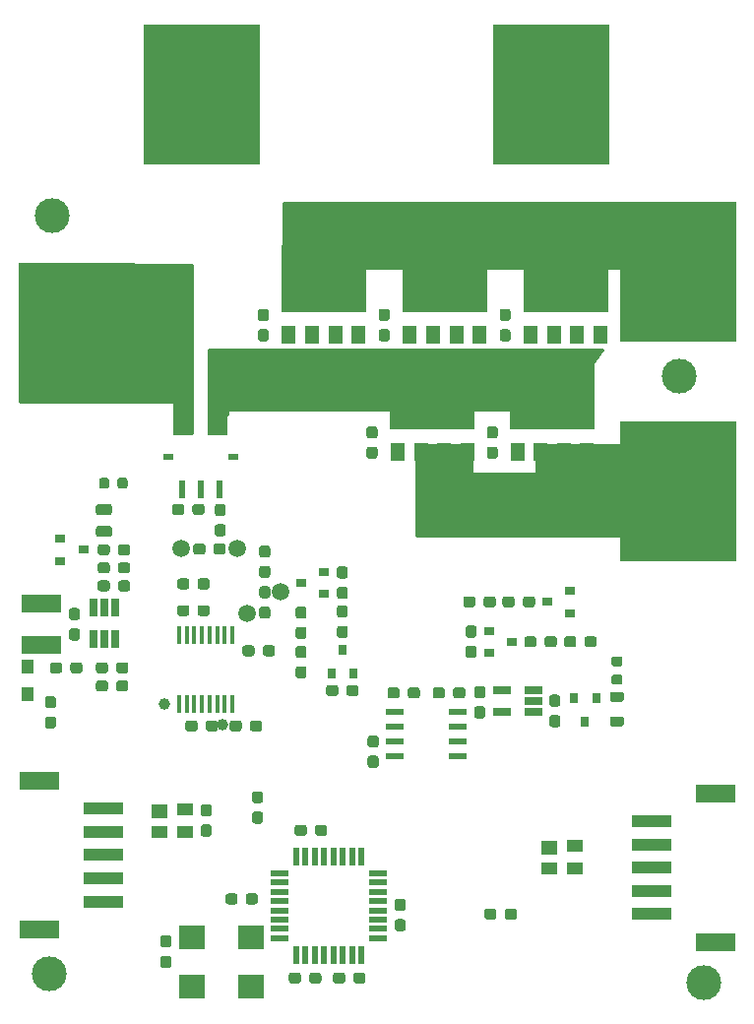
<source format=gts>
%TF.GenerationSoftware,KiCad,Pcbnew,(5.1.8)-1*%
%TF.CreationDate,2021-02-13T14:21:56-08:00*%
%TF.ProjectId,20190720_Project_OCP-OVP-UVP,32303139-3037-4323-905f-50726f6a6563,A1*%
%TF.SameCoordinates,PX6ff61c0PY8823130*%
%TF.FileFunction,Soldermask,Top*%
%TF.FilePolarity,Negative*%
%FSLAX46Y46*%
G04 Gerber Fmt 4.6, Leading zero omitted, Abs format (unit mm)*
G04 Created by KiCad (PCBNEW (5.1.8)-1) date 2021-02-13 14:21:56*
%MOMM*%
%LPD*%
G01*
G04 APERTURE LIST*
%ADD10C,1.000000*%
%ADD11R,7.340600X5.816600*%
%ADD12R,1.143000X1.524000*%
%ADD13R,10.000000X12.000000*%
%ADD14C,10.000000*%
%ADD15R,3.500000X1.000000*%
%ADD16R,3.500000X1.600000*%
%ADD17R,3.500000X1.500000*%
%ADD18C,3.000000*%
%ADD19R,1.600000X0.550000*%
%ADD20R,0.550000X1.600000*%
%ADD21R,0.650000X1.560000*%
%ADD22R,0.900000X0.800000*%
%ADD23R,0.450000X1.500000*%
%ADD24R,2.200000X2.000000*%
%ADD25R,0.800000X0.900000*%
%ADD26R,1.550000X0.600000*%
%ADD27R,1.000000X1.150000*%
%ADD28R,1.560000X0.650000*%
%ADD29R,1.400000X1.000000*%
%ADD30R,1.400000X1.200000*%
%ADD31R,0.500000X1.500000*%
%ADD32R,1.800000X1.700000*%
%ADD33R,0.900000X0.600000*%
%ADD34C,1.500000*%
%ADD35C,0.254000*%
G04 APERTURE END LIST*
D10*
X17900000Y26000000D03*
X12900000Y27825000D03*
D11*
X26600000Y64382700D03*
D12*
X29600002Y59544000D03*
X27600001Y59544000D03*
X25600002Y59544000D03*
X23600001Y59544000D03*
D11*
X37000000Y64382700D03*
D12*
X40000002Y59544000D03*
X38000001Y59544000D03*
X36000002Y59544000D03*
X34000001Y59544000D03*
D11*
X47400000Y64382700D03*
D12*
X50400002Y59544000D03*
X48400001Y59544000D03*
X46400002Y59544000D03*
X44400001Y59544000D03*
D13*
X57100000Y46100000D03*
X57100000Y65000000D03*
D14*
X16150000Y80250000D03*
X46150000Y80250000D03*
D15*
X54800000Y17750000D03*
D16*
X60300000Y20150000D03*
X60300000Y7350000D03*
D15*
X54800000Y15750000D03*
X54800000Y13750000D03*
X54800000Y11750000D03*
X54800000Y9750000D03*
D13*
X16150000Y80250000D03*
X5350000Y59700000D03*
D17*
X2350000Y36425000D03*
X2350000Y32925000D03*
G36*
G01*
X3337500Y25700000D02*
X2862500Y25700000D01*
G75*
G02*
X2625000Y25937500I0J237500D01*
G01*
X2625000Y26512500D01*
G75*
G02*
X2862500Y26750000I237500J0D01*
G01*
X3337500Y26750000D01*
G75*
G02*
X3575000Y26512500I0J-237500D01*
G01*
X3575000Y25937500D01*
G75*
G02*
X3337500Y25700000I-237500J0D01*
G01*
G37*
G36*
G01*
X3337500Y27450000D02*
X2862500Y27450000D01*
G75*
G02*
X2625000Y27687500I0J237500D01*
G01*
X2625000Y28262500D01*
G75*
G02*
X2862500Y28500000I237500J0D01*
G01*
X3337500Y28500000D01*
G75*
G02*
X3575000Y28262500I0J-237500D01*
G01*
X3575000Y27687500D01*
G75*
G02*
X3337500Y27450000I-237500J0D01*
G01*
G37*
D18*
X3000000Y4600000D03*
X59300000Y3900000D03*
X3200000Y69800000D03*
X57200000Y56000000D03*
D19*
X22775000Y13275000D03*
X22775000Y12475000D03*
X22775000Y11675000D03*
X22775000Y10875000D03*
X22775000Y10075000D03*
X22775000Y9275000D03*
X22775000Y8475000D03*
X22775000Y7675000D03*
D20*
X24225000Y6225000D03*
X25025000Y6225000D03*
X25825000Y6225000D03*
X26625000Y6225000D03*
X27425000Y6225000D03*
X28225000Y6225000D03*
X29025000Y6225000D03*
X29825000Y6225000D03*
D19*
X31275000Y7675000D03*
X31275000Y8475000D03*
X31275000Y9275000D03*
X31275000Y10075000D03*
X31275000Y10875000D03*
X31275000Y11675000D03*
X31275000Y12475000D03*
X31275000Y13275000D03*
D20*
X29825000Y14725000D03*
X29025000Y14725000D03*
X28225000Y14725000D03*
X27425000Y14725000D03*
X26625000Y14725000D03*
X25825000Y14725000D03*
X25025000Y14725000D03*
X24225000Y14725000D03*
G36*
G01*
X22400000Y32637500D02*
X22400000Y32162500D01*
G75*
G02*
X22162500Y31925000I-237500J0D01*
G01*
X21587500Y31925000D01*
G75*
G02*
X21350000Y32162500I0J237500D01*
G01*
X21350000Y32637500D01*
G75*
G02*
X21587500Y32875000I237500J0D01*
G01*
X22162500Y32875000D01*
G75*
G02*
X22400000Y32637500I0J-237500D01*
G01*
G37*
G36*
G01*
X20650000Y32637500D02*
X20650000Y32162500D01*
G75*
G02*
X20412500Y31925000I-237500J0D01*
G01*
X19837500Y31925000D01*
G75*
G02*
X19600000Y32162500I0J237500D01*
G01*
X19600000Y32637500D01*
G75*
G02*
X19837500Y32875000I237500J0D01*
G01*
X20412500Y32875000D01*
G75*
G02*
X20650000Y32637500I0J-237500D01*
G01*
G37*
G36*
G01*
X13262500Y5125000D02*
X12787500Y5125000D01*
G75*
G02*
X12550000Y5362500I0J237500D01*
G01*
X12550000Y5937500D01*
G75*
G02*
X12787500Y6175000I237500J0D01*
G01*
X13262500Y6175000D01*
G75*
G02*
X13500000Y5937500I0J-237500D01*
G01*
X13500000Y5362500D01*
G75*
G02*
X13262500Y5125000I-237500J0D01*
G01*
G37*
G36*
G01*
X13262500Y6875000D02*
X12787500Y6875000D01*
G75*
G02*
X12550000Y7112500I0J237500D01*
G01*
X12550000Y7687500D01*
G75*
G02*
X12787500Y7925000I237500J0D01*
G01*
X13262500Y7925000D01*
G75*
G02*
X13500000Y7687500I0J-237500D01*
G01*
X13500000Y7112500D01*
G75*
G02*
X13262500Y6875000I-237500J0D01*
G01*
G37*
G36*
G01*
X18150000Y10822500D02*
X18150000Y11297500D01*
G75*
G02*
X18387500Y11535000I237500J0D01*
G01*
X18962500Y11535000D01*
G75*
G02*
X19200000Y11297500I0J-237500D01*
G01*
X19200000Y10822500D01*
G75*
G02*
X18962500Y10585000I-237500J0D01*
G01*
X18387500Y10585000D01*
G75*
G02*
X18150000Y10822500I0J237500D01*
G01*
G37*
G36*
G01*
X19900000Y10822500D02*
X19900000Y11297500D01*
G75*
G02*
X20137500Y11535000I237500J0D01*
G01*
X20712500Y11535000D01*
G75*
G02*
X20950000Y11297500I0J-237500D01*
G01*
X20950000Y10822500D01*
G75*
G02*
X20712500Y10585000I-237500J0D01*
G01*
X20137500Y10585000D01*
G75*
G02*
X19900000Y10822500I0J237500D01*
G01*
G37*
G36*
G01*
X32937500Y9325000D02*
X33412500Y9325000D01*
G75*
G02*
X33650000Y9087500I0J-237500D01*
G01*
X33650000Y8512500D01*
G75*
G02*
X33412500Y8275000I-237500J0D01*
G01*
X32937500Y8275000D01*
G75*
G02*
X32700000Y8512500I0J237500D01*
G01*
X32700000Y9087500D01*
G75*
G02*
X32937500Y9325000I237500J0D01*
G01*
G37*
G36*
G01*
X32937500Y11075000D02*
X33412500Y11075000D01*
G75*
G02*
X33650000Y10837500I0J-237500D01*
G01*
X33650000Y10262500D01*
G75*
G02*
X33412500Y10025000I-237500J0D01*
G01*
X32937500Y10025000D01*
G75*
G02*
X32700000Y10262500I0J237500D01*
G01*
X32700000Y10837500D01*
G75*
G02*
X32937500Y11075000I237500J0D01*
G01*
G37*
G36*
G01*
X42160000Y9512500D02*
X42160000Y9987500D01*
G75*
G02*
X42397500Y10225000I237500J0D01*
G01*
X42972500Y10225000D01*
G75*
G02*
X43210000Y9987500I0J-237500D01*
G01*
X43210000Y9512500D01*
G75*
G02*
X42972500Y9275000I-237500J0D01*
G01*
X42397500Y9275000D01*
G75*
G02*
X42160000Y9512500I0J237500D01*
G01*
G37*
G36*
G01*
X40410000Y9512500D02*
X40410000Y9987500D01*
G75*
G02*
X40647500Y10225000I237500J0D01*
G01*
X41222500Y10225000D01*
G75*
G02*
X41460000Y9987500I0J-237500D01*
G01*
X41460000Y9512500D01*
G75*
G02*
X41222500Y9275000I-237500J0D01*
G01*
X40647500Y9275000D01*
G75*
G02*
X40410000Y9512500I0J237500D01*
G01*
G37*
G36*
G01*
X24100000Y16712500D02*
X24100000Y17187500D01*
G75*
G02*
X24337500Y17425000I237500J0D01*
G01*
X24912500Y17425000D01*
G75*
G02*
X25150000Y17187500I0J-237500D01*
G01*
X25150000Y16712500D01*
G75*
G02*
X24912500Y16475000I-237500J0D01*
G01*
X24337500Y16475000D01*
G75*
G02*
X24100000Y16712500I0J237500D01*
G01*
G37*
G36*
G01*
X25850000Y16712500D02*
X25850000Y17187500D01*
G75*
G02*
X26087500Y17425000I237500J0D01*
G01*
X26662500Y17425000D01*
G75*
G02*
X26900000Y17187500I0J-237500D01*
G01*
X26900000Y16712500D01*
G75*
G02*
X26662500Y16475000I-237500J0D01*
G01*
X26087500Y16475000D01*
G75*
G02*
X25850000Y16712500I0J237500D01*
G01*
G37*
G36*
G01*
X16252500Y19210000D02*
X16727500Y19210000D01*
G75*
G02*
X16965000Y18972500I0J-237500D01*
G01*
X16965000Y18397500D01*
G75*
G02*
X16727500Y18160000I-237500J0D01*
G01*
X16252500Y18160000D01*
G75*
G02*
X16015000Y18397500I0J237500D01*
G01*
X16015000Y18972500D01*
G75*
G02*
X16252500Y19210000I237500J0D01*
G01*
G37*
G36*
G01*
X16252500Y17460000D02*
X16727500Y17460000D01*
G75*
G02*
X16965000Y17222500I0J-237500D01*
G01*
X16965000Y16647500D01*
G75*
G02*
X16727500Y16410000I-237500J0D01*
G01*
X16252500Y16410000D01*
G75*
G02*
X16015000Y16647500I0J237500D01*
G01*
X16015000Y17222500D01*
G75*
G02*
X16252500Y17460000I237500J0D01*
G01*
G37*
G36*
G01*
X20662500Y18575000D02*
X21137500Y18575000D01*
G75*
G02*
X21375000Y18337500I0J-237500D01*
G01*
X21375000Y17762500D01*
G75*
G02*
X21137500Y17525000I-237500J0D01*
G01*
X20662500Y17525000D01*
G75*
G02*
X20425000Y17762500I0J237500D01*
G01*
X20425000Y18337500D01*
G75*
G02*
X20662500Y18575000I237500J0D01*
G01*
G37*
G36*
G01*
X20662500Y20325000D02*
X21137500Y20325000D01*
G75*
G02*
X21375000Y20087500I0J-237500D01*
G01*
X21375000Y19512500D01*
G75*
G02*
X21137500Y19275000I-237500J0D01*
G01*
X20662500Y19275000D01*
G75*
G02*
X20425000Y19512500I0J237500D01*
G01*
X20425000Y20087500D01*
G75*
G02*
X20662500Y20325000I237500J0D01*
G01*
G37*
G36*
G01*
X8900000Y39287500D02*
X8900000Y39762500D01*
G75*
G02*
X9137500Y40000000I237500J0D01*
G01*
X9712500Y40000000D01*
G75*
G02*
X9950000Y39762500I0J-237500D01*
G01*
X9950000Y39287500D01*
G75*
G02*
X9712500Y39050000I-237500J0D01*
G01*
X9137500Y39050000D01*
G75*
G02*
X8900000Y39287500I0J237500D01*
G01*
G37*
G36*
G01*
X7150000Y39287500D02*
X7150000Y39762500D01*
G75*
G02*
X7387500Y40000000I237500J0D01*
G01*
X7962500Y40000000D01*
G75*
G02*
X8200000Y39762500I0J-237500D01*
G01*
X8200000Y39287500D01*
G75*
G02*
X7962500Y39050000I-237500J0D01*
G01*
X7387500Y39050000D01*
G75*
G02*
X7150000Y39287500I0J237500D01*
G01*
G37*
G36*
G01*
X4912500Y34325000D02*
X5387500Y34325000D01*
G75*
G02*
X5625000Y34087500I0J-237500D01*
G01*
X5625000Y33512500D01*
G75*
G02*
X5387500Y33275000I-237500J0D01*
G01*
X4912500Y33275000D01*
G75*
G02*
X4675000Y33512500I0J237500D01*
G01*
X4675000Y34087500D01*
G75*
G02*
X4912500Y34325000I237500J0D01*
G01*
G37*
G36*
G01*
X4912500Y36075000D02*
X5387500Y36075000D01*
G75*
G02*
X5625000Y35837500I0J-237500D01*
G01*
X5625000Y35262500D01*
G75*
G02*
X5387500Y35025000I-237500J0D01*
G01*
X4912500Y35025000D01*
G75*
G02*
X4675000Y35262500I0J237500D01*
G01*
X4675000Y35837500D01*
G75*
G02*
X4912500Y36075000I237500J0D01*
G01*
G37*
G36*
G01*
X9800000Y31162500D02*
X9800000Y30687500D01*
G75*
G02*
X9562500Y30450000I-237500J0D01*
G01*
X8987500Y30450000D01*
G75*
G02*
X8750000Y30687500I0J237500D01*
G01*
X8750000Y31162500D01*
G75*
G02*
X8987500Y31400000I237500J0D01*
G01*
X9562500Y31400000D01*
G75*
G02*
X9800000Y31162500I0J-237500D01*
G01*
G37*
G36*
G01*
X8050000Y31162500D02*
X8050000Y30687500D01*
G75*
G02*
X7812500Y30450000I-237500J0D01*
G01*
X7237500Y30450000D01*
G75*
G02*
X7000000Y30687500I0J237500D01*
G01*
X7000000Y31162500D01*
G75*
G02*
X7237500Y31400000I237500J0D01*
G01*
X7812500Y31400000D01*
G75*
G02*
X8050000Y31162500I0J-237500D01*
G01*
G37*
D21*
X6800000Y33375000D03*
X7750000Y33375000D03*
X8700000Y33375000D03*
X8700000Y36075000D03*
X6800000Y36075000D03*
X7750000Y36075000D03*
G36*
G01*
X8900000Y37737500D02*
X8900000Y38212500D01*
G75*
G02*
X9137500Y38450000I237500J0D01*
G01*
X9712500Y38450000D01*
G75*
G02*
X9950000Y38212500I0J-237500D01*
G01*
X9950000Y37737500D01*
G75*
G02*
X9712500Y37500000I-237500J0D01*
G01*
X9137500Y37500000D01*
G75*
G02*
X8900000Y37737500I0J237500D01*
G01*
G37*
G36*
G01*
X7150000Y37737500D02*
X7150000Y38212500D01*
G75*
G02*
X7387500Y38450000I237500J0D01*
G01*
X7962500Y38450000D01*
G75*
G02*
X8200000Y38212500I0J-237500D01*
G01*
X8200000Y37737500D01*
G75*
G02*
X7962500Y37500000I-237500J0D01*
G01*
X7387500Y37500000D01*
G75*
G02*
X7150000Y37737500I0J237500D01*
G01*
G37*
D22*
X3950000Y42025000D03*
X3950000Y40125000D03*
X5950000Y41075000D03*
G36*
G01*
X8750000Y29137500D02*
X8750000Y29612500D01*
G75*
G02*
X8987500Y29850000I237500J0D01*
G01*
X9562500Y29850000D01*
G75*
G02*
X9800000Y29612500I0J-237500D01*
G01*
X9800000Y29137500D01*
G75*
G02*
X9562500Y28900000I-237500J0D01*
G01*
X8987500Y28900000D01*
G75*
G02*
X8750000Y29137500I0J237500D01*
G01*
G37*
G36*
G01*
X7000000Y29137500D02*
X7000000Y29612500D01*
G75*
G02*
X7237500Y29850000I237500J0D01*
G01*
X7812500Y29850000D01*
G75*
G02*
X8050000Y29612500I0J-237500D01*
G01*
X8050000Y29137500D01*
G75*
G02*
X7812500Y28900000I-237500J0D01*
G01*
X7237500Y28900000D01*
G75*
G02*
X7000000Y29137500I0J237500D01*
G01*
G37*
D23*
X14175000Y33725000D03*
X14825000Y33725000D03*
X15475000Y33725000D03*
X16125000Y33725000D03*
X16775000Y33725000D03*
X17425000Y33725000D03*
X18075000Y33725000D03*
X18725000Y33725000D03*
X18725000Y27825000D03*
X18075000Y27825000D03*
X17425000Y27825000D03*
X16775000Y27825000D03*
X16125000Y27825000D03*
X15475000Y27825000D03*
X14825000Y27825000D03*
X14175000Y27825000D03*
D24*
X15295000Y3550000D03*
X20375000Y3550000D03*
X20375000Y7750000D03*
X15295000Y7750000D03*
G36*
G01*
X33825000Y28537500D02*
X33825000Y29012500D01*
G75*
G02*
X34062500Y29250000I237500J0D01*
G01*
X34637500Y29250000D01*
G75*
G02*
X34875000Y29012500I0J-237500D01*
G01*
X34875000Y28537500D01*
G75*
G02*
X34637500Y28300000I-237500J0D01*
G01*
X34062500Y28300000D01*
G75*
G02*
X33825000Y28537500I0J237500D01*
G01*
G37*
G36*
G01*
X32075000Y28537500D02*
X32075000Y29012500D01*
G75*
G02*
X32312500Y29250000I237500J0D01*
G01*
X32887500Y29250000D01*
G75*
G02*
X33125000Y29012500I0J-237500D01*
G01*
X33125000Y28537500D01*
G75*
G02*
X32887500Y28300000I-237500J0D01*
G01*
X32312500Y28300000D01*
G75*
G02*
X32075000Y28537500I0J237500D01*
G01*
G37*
G36*
G01*
X38775000Y29012500D02*
X38775000Y28537500D01*
G75*
G02*
X38537500Y28300000I-237500J0D01*
G01*
X37962500Y28300000D01*
G75*
G02*
X37725000Y28537500I0J237500D01*
G01*
X37725000Y29012500D01*
G75*
G02*
X37962500Y29250000I237500J0D01*
G01*
X38537500Y29250000D01*
G75*
G02*
X38775000Y29012500I0J-237500D01*
G01*
G37*
G36*
G01*
X37025000Y29012500D02*
X37025000Y28537500D01*
G75*
G02*
X36787500Y28300000I-237500J0D01*
G01*
X36212500Y28300000D01*
G75*
G02*
X35975000Y28537500I0J237500D01*
G01*
X35975000Y29012500D01*
G75*
G02*
X36212500Y29250000I237500J0D01*
G01*
X36787500Y29250000D01*
G75*
G02*
X37025000Y29012500I0J-237500D01*
G01*
G37*
G36*
G01*
X7275000Y46543750D02*
X7275000Y47056250D01*
G75*
G02*
X7493750Y47275000I218750J0D01*
G01*
X7931250Y47275000D01*
G75*
G02*
X8150000Y47056250I0J-218750D01*
G01*
X8150000Y46543750D01*
G75*
G02*
X7931250Y46325000I-218750J0D01*
G01*
X7493750Y46325000D01*
G75*
G02*
X7275000Y46543750I0J218750D01*
G01*
G37*
G36*
G01*
X8850000Y46543750D02*
X8850000Y47056250D01*
G75*
G02*
X9068750Y47275000I218750J0D01*
G01*
X9506250Y47275000D01*
G75*
G02*
X9725000Y47056250I0J-218750D01*
G01*
X9725000Y46543750D01*
G75*
G02*
X9506250Y46325000I-218750J0D01*
G01*
X9068750Y46325000D01*
G75*
G02*
X8850000Y46543750I0J218750D01*
G01*
G37*
D25*
X28200000Y32475000D03*
X29150000Y30475000D03*
X27250000Y30475000D03*
D22*
X26650000Y37300000D03*
X26650000Y39200000D03*
X24650000Y38250000D03*
D26*
X38125000Y27125000D03*
X38125000Y25855000D03*
X38125000Y24585000D03*
X38125000Y23315000D03*
X32725000Y23315000D03*
X32725000Y24585000D03*
X32725000Y25855000D03*
X32725000Y27125000D03*
D22*
X40800000Y34125000D03*
X40800000Y32225000D03*
X42800000Y33175000D03*
X45800000Y36600000D03*
X47800000Y37550000D03*
X47800000Y35650000D03*
G36*
G01*
X28550000Y28737500D02*
X28550000Y29212500D01*
G75*
G02*
X28787500Y29450000I237500J0D01*
G01*
X29362500Y29450000D01*
G75*
G02*
X29600000Y29212500I0J-237500D01*
G01*
X29600000Y28737500D01*
G75*
G02*
X29362500Y28500000I-237500J0D01*
G01*
X28787500Y28500000D01*
G75*
G02*
X28550000Y28737500I0J237500D01*
G01*
G37*
G36*
G01*
X26800000Y28737500D02*
X26800000Y29212500D01*
G75*
G02*
X27037500Y29450000I237500J0D01*
G01*
X27612500Y29450000D01*
G75*
G02*
X27850000Y29212500I0J-237500D01*
G01*
X27850000Y28737500D01*
G75*
G02*
X27612500Y28500000I-237500J0D01*
G01*
X27037500Y28500000D01*
G75*
G02*
X26800000Y28737500I0J237500D01*
G01*
G37*
G36*
G01*
X27962500Y37900000D02*
X28437500Y37900000D01*
G75*
G02*
X28675000Y37662500I0J-237500D01*
G01*
X28675000Y37087500D01*
G75*
G02*
X28437500Y36850000I-237500J0D01*
G01*
X27962500Y36850000D01*
G75*
G02*
X27725000Y37087500I0J237500D01*
G01*
X27725000Y37662500D01*
G75*
G02*
X27962500Y37900000I237500J0D01*
G01*
G37*
G36*
G01*
X27962500Y39650000D02*
X28437500Y39650000D01*
G75*
G02*
X28675000Y39412500I0J-237500D01*
G01*
X28675000Y38837500D01*
G75*
G02*
X28437500Y38600000I-237500J0D01*
G01*
X27962500Y38600000D01*
G75*
G02*
X27725000Y38837500I0J237500D01*
G01*
X27725000Y39412500D01*
G75*
G02*
X27962500Y39650000I237500J0D01*
G01*
G37*
G36*
G01*
X27962500Y36300000D02*
X28437500Y36300000D01*
G75*
G02*
X28675000Y36062500I0J-237500D01*
G01*
X28675000Y35487500D01*
G75*
G02*
X28437500Y35250000I-237500J0D01*
G01*
X27962500Y35250000D01*
G75*
G02*
X27725000Y35487500I0J237500D01*
G01*
X27725000Y36062500D01*
G75*
G02*
X27962500Y36300000I237500J0D01*
G01*
G37*
G36*
G01*
X27962500Y34550000D02*
X28437500Y34550000D01*
G75*
G02*
X28675000Y34312500I0J-237500D01*
G01*
X28675000Y33737500D01*
G75*
G02*
X28437500Y33500000I-237500J0D01*
G01*
X27962500Y33500000D01*
G75*
G02*
X27725000Y33737500I0J237500D01*
G01*
X27725000Y34312500D01*
G75*
G02*
X27962500Y34550000I237500J0D01*
G01*
G37*
G36*
G01*
X24412500Y32825000D02*
X24887500Y32825000D01*
G75*
G02*
X25125000Y32587500I0J-237500D01*
G01*
X25125000Y32012500D01*
G75*
G02*
X24887500Y31775000I-237500J0D01*
G01*
X24412500Y31775000D01*
G75*
G02*
X24175000Y32012500I0J237500D01*
G01*
X24175000Y32587500D01*
G75*
G02*
X24412500Y32825000I237500J0D01*
G01*
G37*
G36*
G01*
X24412500Y31075000D02*
X24887500Y31075000D01*
G75*
G02*
X25125000Y30837500I0J-237500D01*
G01*
X25125000Y30262500D01*
G75*
G02*
X24887500Y30025000I-237500J0D01*
G01*
X24412500Y30025000D01*
G75*
G02*
X24175000Y30262500I0J237500D01*
G01*
X24175000Y30837500D01*
G75*
G02*
X24412500Y31075000I237500J0D01*
G01*
G37*
G36*
G01*
X30612500Y25125000D02*
X31087500Y25125000D01*
G75*
G02*
X31325000Y24887500I0J-237500D01*
G01*
X31325000Y24312500D01*
G75*
G02*
X31087500Y24075000I-237500J0D01*
G01*
X30612500Y24075000D01*
G75*
G02*
X30375000Y24312500I0J237500D01*
G01*
X30375000Y24887500D01*
G75*
G02*
X30612500Y25125000I237500J0D01*
G01*
G37*
G36*
G01*
X30612500Y23375000D02*
X31087500Y23375000D01*
G75*
G02*
X31325000Y23137500I0J-237500D01*
G01*
X31325000Y22562500D01*
G75*
G02*
X31087500Y22325000I-237500J0D01*
G01*
X30612500Y22325000D01*
G75*
G02*
X30375000Y22562500I0J237500D01*
G01*
X30375000Y23137500D01*
G75*
G02*
X30612500Y23375000I237500J0D01*
G01*
G37*
G36*
G01*
X24412500Y34450000D02*
X24887500Y34450000D01*
G75*
G02*
X25125000Y34212500I0J-237500D01*
G01*
X25125000Y33637500D01*
G75*
G02*
X24887500Y33400000I-237500J0D01*
G01*
X24412500Y33400000D01*
G75*
G02*
X24175000Y33637500I0J237500D01*
G01*
X24175000Y34212500D01*
G75*
G02*
X24412500Y34450000I237500J0D01*
G01*
G37*
G36*
G01*
X24412500Y36200000D02*
X24887500Y36200000D01*
G75*
G02*
X25125000Y35962500I0J-237500D01*
G01*
X25125000Y35387500D01*
G75*
G02*
X24887500Y35150000I-237500J0D01*
G01*
X24412500Y35150000D01*
G75*
G02*
X24175000Y35387500I0J237500D01*
G01*
X24175000Y35962500D01*
G75*
G02*
X24412500Y36200000I237500J0D01*
G01*
G37*
G36*
G01*
X39037500Y32825000D02*
X39512500Y32825000D01*
G75*
G02*
X39750000Y32587500I0J-237500D01*
G01*
X39750000Y32012500D01*
G75*
G02*
X39512500Y31775000I-237500J0D01*
G01*
X39037500Y31775000D01*
G75*
G02*
X38800000Y32012500I0J237500D01*
G01*
X38800000Y32587500D01*
G75*
G02*
X39037500Y32825000I237500J0D01*
G01*
G37*
G36*
G01*
X39037500Y34575000D02*
X39512500Y34575000D01*
G75*
G02*
X39750000Y34337500I0J-237500D01*
G01*
X39750000Y33762500D01*
G75*
G02*
X39512500Y33525000I-237500J0D01*
G01*
X39037500Y33525000D01*
G75*
G02*
X38800000Y33762500I0J237500D01*
G01*
X38800000Y34337500D01*
G75*
G02*
X39037500Y34575000I237500J0D01*
G01*
G37*
G36*
G01*
X48325000Y33412500D02*
X48325000Y32937500D01*
G75*
G02*
X48087500Y32700000I-237500J0D01*
G01*
X47512500Y32700000D01*
G75*
G02*
X47275000Y32937500I0J237500D01*
G01*
X47275000Y33412500D01*
G75*
G02*
X47512500Y33650000I237500J0D01*
G01*
X48087500Y33650000D01*
G75*
G02*
X48325000Y33412500I0J-237500D01*
G01*
G37*
G36*
G01*
X50075000Y33412500D02*
X50075000Y32937500D01*
G75*
G02*
X49837500Y32700000I-237500J0D01*
G01*
X49262500Y32700000D01*
G75*
G02*
X49025000Y32937500I0J237500D01*
G01*
X49025000Y33412500D01*
G75*
G02*
X49262500Y33650000I237500J0D01*
G01*
X49837500Y33650000D01*
G75*
G02*
X50075000Y33412500I0J-237500D01*
G01*
G37*
G36*
G01*
X46650000Y33412500D02*
X46650000Y32937500D01*
G75*
G02*
X46412500Y32700000I-237500J0D01*
G01*
X45837500Y32700000D01*
G75*
G02*
X45600000Y32937500I0J237500D01*
G01*
X45600000Y33412500D01*
G75*
G02*
X45837500Y33650000I237500J0D01*
G01*
X46412500Y33650000D01*
G75*
G02*
X46650000Y33412500I0J-237500D01*
G01*
G37*
G36*
G01*
X44900000Y33412500D02*
X44900000Y32937500D01*
G75*
G02*
X44662500Y32700000I-237500J0D01*
G01*
X44087500Y32700000D01*
G75*
G02*
X43850000Y32937500I0J237500D01*
G01*
X43850000Y33412500D01*
G75*
G02*
X44087500Y33650000I237500J0D01*
G01*
X44662500Y33650000D01*
G75*
G02*
X44900000Y33412500I0J-237500D01*
G01*
G37*
G36*
G01*
X44775000Y36837500D02*
X44775000Y36362500D01*
G75*
G02*
X44537500Y36125000I-237500J0D01*
G01*
X43962500Y36125000D01*
G75*
G02*
X43725000Y36362500I0J237500D01*
G01*
X43725000Y36837500D01*
G75*
G02*
X43962500Y37075000I237500J0D01*
G01*
X44537500Y37075000D01*
G75*
G02*
X44775000Y36837500I0J-237500D01*
G01*
G37*
G36*
G01*
X43025000Y36837500D02*
X43025000Y36362500D01*
G75*
G02*
X42787500Y36125000I-237500J0D01*
G01*
X42212500Y36125000D01*
G75*
G02*
X41975000Y36362500I0J237500D01*
G01*
X41975000Y36837500D01*
G75*
G02*
X42212500Y37075000I237500J0D01*
G01*
X42787500Y37075000D01*
G75*
G02*
X43025000Y36837500I0J-237500D01*
G01*
G37*
G36*
G01*
X41400000Y36837500D02*
X41400000Y36362500D01*
G75*
G02*
X41162500Y36125000I-237500J0D01*
G01*
X40587500Y36125000D01*
G75*
G02*
X40350000Y36362500I0J237500D01*
G01*
X40350000Y36837500D01*
G75*
G02*
X40587500Y37075000I237500J0D01*
G01*
X41162500Y37075000D01*
G75*
G02*
X41400000Y36837500I0J-237500D01*
G01*
G37*
G36*
G01*
X39650000Y36837500D02*
X39650000Y36362500D01*
G75*
G02*
X39412500Y36125000I-237500J0D01*
G01*
X38837500Y36125000D01*
G75*
G02*
X38600000Y36362500I0J237500D01*
G01*
X38600000Y36837500D01*
G75*
G02*
X38837500Y37075000I237500J0D01*
G01*
X39412500Y37075000D01*
G75*
G02*
X39650000Y36837500I0J-237500D01*
G01*
G37*
G36*
G01*
X21637500Y59000000D02*
X21162500Y59000000D01*
G75*
G02*
X20925000Y59237500I0J237500D01*
G01*
X20925000Y59812500D01*
G75*
G02*
X21162500Y60050000I237500J0D01*
G01*
X21637500Y60050000D01*
G75*
G02*
X21875000Y59812500I0J-237500D01*
G01*
X21875000Y59237500D01*
G75*
G02*
X21637500Y59000000I-237500J0D01*
G01*
G37*
G36*
G01*
X21637500Y60750000D02*
X21162500Y60750000D01*
G75*
G02*
X20925000Y60987500I0J237500D01*
G01*
X20925000Y61562500D01*
G75*
G02*
X21162500Y61800000I237500J0D01*
G01*
X21637500Y61800000D01*
G75*
G02*
X21875000Y61562500I0J-237500D01*
G01*
X21875000Y60987500D01*
G75*
G02*
X21637500Y60750000I-237500J0D01*
G01*
G37*
G36*
G01*
X42437500Y59000000D02*
X41962500Y59000000D01*
G75*
G02*
X41725000Y59237500I0J237500D01*
G01*
X41725000Y59812500D01*
G75*
G02*
X41962500Y60050000I237500J0D01*
G01*
X42437500Y60050000D01*
G75*
G02*
X42675000Y59812500I0J-237500D01*
G01*
X42675000Y59237500D01*
G75*
G02*
X42437500Y59000000I-237500J0D01*
G01*
G37*
G36*
G01*
X42437500Y60750000D02*
X41962500Y60750000D01*
G75*
G02*
X41725000Y60987500I0J237500D01*
G01*
X41725000Y61562500D01*
G75*
G02*
X41962500Y61800000I237500J0D01*
G01*
X42437500Y61800000D01*
G75*
G02*
X42675000Y61562500I0J-237500D01*
G01*
X42675000Y60987500D01*
G75*
G02*
X42437500Y60750000I-237500J0D01*
G01*
G37*
G36*
G01*
X41337500Y48900000D02*
X40862500Y48900000D01*
G75*
G02*
X40625000Y49137500I0J237500D01*
G01*
X40625000Y49712500D01*
G75*
G02*
X40862500Y49950000I237500J0D01*
G01*
X41337500Y49950000D01*
G75*
G02*
X41575000Y49712500I0J-237500D01*
G01*
X41575000Y49137500D01*
G75*
G02*
X41337500Y48900000I-237500J0D01*
G01*
G37*
G36*
G01*
X41337500Y50650000D02*
X40862500Y50650000D01*
G75*
G02*
X40625000Y50887500I0J237500D01*
G01*
X40625000Y51462500D01*
G75*
G02*
X40862500Y51700000I237500J0D01*
G01*
X41337500Y51700000D01*
G75*
G02*
X41575000Y51462500I0J-237500D01*
G01*
X41575000Y50887500D01*
G75*
G02*
X41337500Y50650000I-237500J0D01*
G01*
G37*
G36*
G01*
X30512500Y49950000D02*
X30987500Y49950000D01*
G75*
G02*
X31225000Y49712500I0J-237500D01*
G01*
X31225000Y49137500D01*
G75*
G02*
X30987500Y48900000I-237500J0D01*
G01*
X30512500Y48900000D01*
G75*
G02*
X30275000Y49137500I0J237500D01*
G01*
X30275000Y49712500D01*
G75*
G02*
X30512500Y49950000I237500J0D01*
G01*
G37*
G36*
G01*
X30512500Y51700000D02*
X30987500Y51700000D01*
G75*
G02*
X31225000Y51462500I0J-237500D01*
G01*
X31225000Y50887500D01*
G75*
G02*
X30987500Y50650000I-237500J0D01*
G01*
X30512500Y50650000D01*
G75*
G02*
X30275000Y50887500I0J237500D01*
G01*
X30275000Y51462500D01*
G75*
G02*
X30512500Y51700000I237500J0D01*
G01*
G37*
G36*
G01*
X7243750Y45025000D02*
X8156250Y45025000D01*
G75*
G02*
X8400000Y44781250I0J-243750D01*
G01*
X8400000Y44293750D01*
G75*
G02*
X8156250Y44050000I-243750J0D01*
G01*
X7243750Y44050000D01*
G75*
G02*
X7000000Y44293750I0J243750D01*
G01*
X7000000Y44781250D01*
G75*
G02*
X7243750Y45025000I243750J0D01*
G01*
G37*
G36*
G01*
X7243750Y43150000D02*
X8156250Y43150000D01*
G75*
G02*
X8400000Y42906250I0J-243750D01*
G01*
X8400000Y42418750D01*
G75*
G02*
X8156250Y42175000I-243750J0D01*
G01*
X7243750Y42175000D01*
G75*
G02*
X7000000Y42418750I0J243750D01*
G01*
X7000000Y42906250D01*
G75*
G02*
X7243750Y43150000I243750J0D01*
G01*
G37*
G36*
G01*
X13550000Y44312500D02*
X13550000Y44787500D01*
G75*
G02*
X13787500Y45025000I237500J0D01*
G01*
X14362500Y45025000D01*
G75*
G02*
X14600000Y44787500I0J-237500D01*
G01*
X14600000Y44312500D01*
G75*
G02*
X14362500Y44075000I-237500J0D01*
G01*
X13787500Y44075000D01*
G75*
G02*
X13550000Y44312500I0J237500D01*
G01*
G37*
G36*
G01*
X15300000Y44312500D02*
X15300000Y44787500D01*
G75*
G02*
X15537500Y45025000I237500J0D01*
G01*
X16112500Y45025000D01*
G75*
G02*
X16350000Y44787500I0J-237500D01*
G01*
X16350000Y44312500D01*
G75*
G02*
X16112500Y44075000I-237500J0D01*
G01*
X15537500Y44075000D01*
G75*
G02*
X15300000Y44312500I0J237500D01*
G01*
G37*
G36*
G01*
X17462500Y43275000D02*
X17937500Y43275000D01*
G75*
G02*
X18175000Y43037500I0J-237500D01*
G01*
X18175000Y42462500D01*
G75*
G02*
X17937500Y42225000I-237500J0D01*
G01*
X17462500Y42225000D01*
G75*
G02*
X17225000Y42462500I0J237500D01*
G01*
X17225000Y43037500D01*
G75*
G02*
X17462500Y43275000I237500J0D01*
G01*
G37*
G36*
G01*
X17462500Y45025000D02*
X17937500Y45025000D01*
G75*
G02*
X18175000Y44787500I0J-237500D01*
G01*
X18175000Y44212500D01*
G75*
G02*
X17937500Y43975000I-237500J0D01*
G01*
X17462500Y43975000D01*
G75*
G02*
X17225000Y44212500I0J237500D01*
G01*
X17225000Y44787500D01*
G75*
G02*
X17462500Y45025000I237500J0D01*
G01*
G37*
G36*
G01*
X18175000Y41387500D02*
X18175000Y40912500D01*
G75*
G02*
X17937500Y40675000I-237500J0D01*
G01*
X17362500Y40675000D01*
G75*
G02*
X17125000Y40912500I0J237500D01*
G01*
X17125000Y41387500D01*
G75*
G02*
X17362500Y41625000I237500J0D01*
G01*
X17937500Y41625000D01*
G75*
G02*
X18175000Y41387500I0J-237500D01*
G01*
G37*
G36*
G01*
X16425000Y41387500D02*
X16425000Y40912500D01*
G75*
G02*
X16187500Y40675000I-237500J0D01*
G01*
X15612500Y40675000D01*
G75*
G02*
X15375000Y40912500I0J237500D01*
G01*
X15375000Y41387500D01*
G75*
G02*
X15612500Y41625000I237500J0D01*
G01*
X16187500Y41625000D01*
G75*
G02*
X16425000Y41387500I0J-237500D01*
G01*
G37*
G36*
G01*
X21287500Y39700000D02*
X21762500Y39700000D01*
G75*
G02*
X22000000Y39462500I0J-237500D01*
G01*
X22000000Y38887500D01*
G75*
G02*
X21762500Y38650000I-237500J0D01*
G01*
X21287500Y38650000D01*
G75*
G02*
X21050000Y38887500I0J237500D01*
G01*
X21050000Y39462500D01*
G75*
G02*
X21287500Y39700000I237500J0D01*
G01*
G37*
G36*
G01*
X21287500Y41450000D02*
X21762500Y41450000D01*
G75*
G02*
X22000000Y41212500I0J-237500D01*
G01*
X22000000Y40637500D01*
G75*
G02*
X21762500Y40400000I-237500J0D01*
G01*
X21287500Y40400000D01*
G75*
G02*
X21050000Y40637500I0J237500D01*
G01*
X21050000Y41212500D01*
G75*
G02*
X21287500Y41450000I237500J0D01*
G01*
G37*
G36*
G01*
X21287500Y37950000D02*
X21762500Y37950000D01*
G75*
G02*
X22000000Y37712500I0J-237500D01*
G01*
X22000000Y37137500D01*
G75*
G02*
X21762500Y36900000I-237500J0D01*
G01*
X21287500Y36900000D01*
G75*
G02*
X21050000Y37137500I0J237500D01*
G01*
X21050000Y37712500D01*
G75*
G02*
X21287500Y37950000I237500J0D01*
G01*
G37*
G36*
G01*
X21287500Y36200000D02*
X21762500Y36200000D01*
G75*
G02*
X22000000Y35962500I0J-237500D01*
G01*
X22000000Y35387500D01*
G75*
G02*
X21762500Y35150000I-237500J0D01*
G01*
X21287500Y35150000D01*
G75*
G02*
X21050000Y35387500I0J237500D01*
G01*
X21050000Y35962500D01*
G75*
G02*
X21287500Y36200000I237500J0D01*
G01*
G37*
G36*
G01*
X8200000Y41312500D02*
X8200000Y40837500D01*
G75*
G02*
X7962500Y40600000I-237500J0D01*
G01*
X7387500Y40600000D01*
G75*
G02*
X7150000Y40837500I0J237500D01*
G01*
X7150000Y41312500D01*
G75*
G02*
X7387500Y41550000I237500J0D01*
G01*
X7962500Y41550000D01*
G75*
G02*
X8200000Y41312500I0J-237500D01*
G01*
G37*
G36*
G01*
X9950000Y41312500D02*
X9950000Y40837500D01*
G75*
G02*
X9712500Y40600000I-237500J0D01*
G01*
X9137500Y40600000D01*
G75*
G02*
X8900000Y40837500I0J237500D01*
G01*
X8900000Y41312500D01*
G75*
G02*
X9137500Y41550000I237500J0D01*
G01*
X9712500Y41550000D01*
G75*
G02*
X9950000Y41312500I0J-237500D01*
G01*
G37*
G36*
G01*
X3050000Y30687500D02*
X3050000Y31162500D01*
G75*
G02*
X3287500Y31400000I237500J0D01*
G01*
X3862500Y31400000D01*
G75*
G02*
X4100000Y31162500I0J-237500D01*
G01*
X4100000Y30687500D01*
G75*
G02*
X3862500Y30450000I-237500J0D01*
G01*
X3287500Y30450000D01*
G75*
G02*
X3050000Y30687500I0J237500D01*
G01*
G37*
G36*
G01*
X4800000Y30687500D02*
X4800000Y31162500D01*
G75*
G02*
X5037500Y31400000I237500J0D01*
G01*
X5612500Y31400000D01*
G75*
G02*
X5850000Y31162500I0J-237500D01*
G01*
X5850000Y30687500D01*
G75*
G02*
X5612500Y30450000I-237500J0D01*
G01*
X5037500Y30450000D01*
G75*
G02*
X4800000Y30687500I0J237500D01*
G01*
G37*
D27*
X1100000Y28700000D03*
X1100000Y31050000D03*
G36*
G01*
X46712500Y25825000D02*
X46237500Y25825000D01*
G75*
G02*
X46000000Y26062500I0J237500D01*
G01*
X46000000Y26637500D01*
G75*
G02*
X46237500Y26875000I237500J0D01*
G01*
X46712500Y26875000D01*
G75*
G02*
X46950000Y26637500I0J-237500D01*
G01*
X46950000Y26062500D01*
G75*
G02*
X46712500Y25825000I-237500J0D01*
G01*
G37*
G36*
G01*
X46712500Y27575000D02*
X46237500Y27575000D01*
G75*
G02*
X46000000Y27812500I0J237500D01*
G01*
X46000000Y28387500D01*
G75*
G02*
X46237500Y28625000I237500J0D01*
G01*
X46712500Y28625000D01*
G75*
G02*
X46950000Y28387500I0J-237500D01*
G01*
X46950000Y27812500D01*
G75*
G02*
X46712500Y27575000I-237500J0D01*
G01*
G37*
G36*
G01*
X40262500Y28325000D02*
X39787500Y28325000D01*
G75*
G02*
X39550000Y28562500I0J237500D01*
G01*
X39550000Y29137500D01*
G75*
G02*
X39787500Y29375000I237500J0D01*
G01*
X40262500Y29375000D01*
G75*
G02*
X40500000Y29137500I0J-237500D01*
G01*
X40500000Y28562500D01*
G75*
G02*
X40262500Y28325000I-237500J0D01*
G01*
G37*
G36*
G01*
X40262500Y26575000D02*
X39787500Y26575000D01*
G75*
G02*
X39550000Y26812500I0J237500D01*
G01*
X39550000Y27387500D01*
G75*
G02*
X39787500Y27625000I237500J0D01*
G01*
X40262500Y27625000D01*
G75*
G02*
X40500000Y27387500I0J-237500D01*
G01*
X40500000Y26812500D01*
G75*
G02*
X40262500Y26575000I-237500J0D01*
G01*
G37*
D25*
X50025000Y28325000D03*
X48125000Y28325000D03*
X49075000Y26325000D03*
G36*
G01*
X52081250Y29475000D02*
X51568750Y29475000D01*
G75*
G02*
X51350000Y29693750I0J218750D01*
G01*
X51350000Y30131250D01*
G75*
G02*
X51568750Y30350000I218750J0D01*
G01*
X52081250Y30350000D01*
G75*
G02*
X52300000Y30131250I0J-218750D01*
G01*
X52300000Y29693750D01*
G75*
G02*
X52081250Y29475000I-218750J0D01*
G01*
G37*
G36*
G01*
X52081250Y31050000D02*
X51568750Y31050000D01*
G75*
G02*
X51350000Y31268750I0J218750D01*
G01*
X51350000Y31706250D01*
G75*
G02*
X51568750Y31925000I218750J0D01*
G01*
X52081250Y31925000D01*
G75*
G02*
X52300000Y31706250I0J-218750D01*
G01*
X52300000Y31268750D01*
G75*
G02*
X52081250Y31050000I-218750J0D01*
G01*
G37*
G36*
G01*
X51443750Y28875000D02*
X52206250Y28875000D01*
G75*
G02*
X52425000Y28656250I0J-218750D01*
G01*
X52425000Y28218750D01*
G75*
G02*
X52206250Y28000000I-218750J0D01*
G01*
X51443750Y28000000D01*
G75*
G02*
X51225000Y28218750I0J218750D01*
G01*
X51225000Y28656250D01*
G75*
G02*
X51443750Y28875000I218750J0D01*
G01*
G37*
G36*
G01*
X51443750Y26750000D02*
X52206250Y26750000D01*
G75*
G02*
X52425000Y26531250I0J-218750D01*
G01*
X52425000Y26093750D01*
G75*
G02*
X52206250Y25875000I-218750J0D01*
G01*
X51443750Y25875000D01*
G75*
G02*
X51225000Y26093750I0J218750D01*
G01*
X51225000Y26531250D01*
G75*
G02*
X51443750Y26750000I218750J0D01*
G01*
G37*
G36*
G01*
X32037500Y59000000D02*
X31562500Y59000000D01*
G75*
G02*
X31325000Y59237500I0J237500D01*
G01*
X31325000Y59812500D01*
G75*
G02*
X31562500Y60050000I237500J0D01*
G01*
X32037500Y60050000D01*
G75*
G02*
X32275000Y59812500I0J-237500D01*
G01*
X32275000Y59237500D01*
G75*
G02*
X32037500Y59000000I-237500J0D01*
G01*
G37*
G36*
G01*
X32037500Y60750000D02*
X31562500Y60750000D01*
G75*
G02*
X31325000Y60987500I0J237500D01*
G01*
X31325000Y61562500D01*
G75*
G02*
X31562500Y61800000I237500J0D01*
G01*
X32037500Y61800000D01*
G75*
G02*
X32275000Y61562500I0J-237500D01*
G01*
X32275000Y60987500D01*
G75*
G02*
X32037500Y60750000I-237500J0D01*
G01*
G37*
D28*
X44625000Y27125000D03*
X44625000Y28075000D03*
X44625000Y29025000D03*
X41925000Y29025000D03*
X41925000Y27125000D03*
D29*
X14650000Y18750000D03*
X14650000Y16850000D03*
X12450000Y16850000D03*
D30*
X12450000Y18570000D03*
X46000000Y15420000D03*
D29*
X46000000Y13700000D03*
X48200000Y13700000D03*
X48200000Y15600000D03*
G36*
G01*
X15050000Y36087500D02*
X15050000Y35612500D01*
G75*
G02*
X14812500Y35375000I-237500J0D01*
G01*
X14237500Y35375000D01*
G75*
G02*
X14000000Y35612500I0J237500D01*
G01*
X14000000Y36087500D01*
G75*
G02*
X14237500Y36325000I237500J0D01*
G01*
X14812500Y36325000D01*
G75*
G02*
X15050000Y36087500I0J-237500D01*
G01*
G37*
G36*
G01*
X16800000Y36087500D02*
X16800000Y35612500D01*
G75*
G02*
X16562500Y35375000I-237500J0D01*
G01*
X15987500Y35375000D01*
G75*
G02*
X15750000Y35612500I0J237500D01*
G01*
X15750000Y36087500D01*
G75*
G02*
X15987500Y36325000I237500J0D01*
G01*
X16562500Y36325000D01*
G75*
G02*
X16800000Y36087500I0J-237500D01*
G01*
G37*
G36*
G01*
X16800000Y38387500D02*
X16800000Y37912500D01*
G75*
G02*
X16562500Y37675000I-237500J0D01*
G01*
X15987500Y37675000D01*
G75*
G02*
X15750000Y37912500I0J237500D01*
G01*
X15750000Y38387500D01*
G75*
G02*
X15987500Y38625000I237500J0D01*
G01*
X16562500Y38625000D01*
G75*
G02*
X16800000Y38387500I0J-237500D01*
G01*
G37*
G36*
G01*
X15050000Y38387500D02*
X15050000Y37912500D01*
G75*
G02*
X14812500Y37675000I-237500J0D01*
G01*
X14237500Y37675000D01*
G75*
G02*
X14000000Y37912500I0J237500D01*
G01*
X14000000Y38387500D01*
G75*
G02*
X14237500Y38625000I237500J0D01*
G01*
X14812500Y38625000D01*
G75*
G02*
X15050000Y38387500I0J-237500D01*
G01*
G37*
G36*
G01*
X29150000Y4012500D02*
X29150000Y4487500D01*
G75*
G02*
X29387500Y4725000I237500J0D01*
G01*
X29962500Y4725000D01*
G75*
G02*
X30200000Y4487500I0J-237500D01*
G01*
X30200000Y4012500D01*
G75*
G02*
X29962500Y3775000I-237500J0D01*
G01*
X29387500Y3775000D01*
G75*
G02*
X29150000Y4012500I0J237500D01*
G01*
G37*
G36*
G01*
X27400000Y4012500D02*
X27400000Y4487500D01*
G75*
G02*
X27637500Y4725000I237500J0D01*
G01*
X28212500Y4725000D01*
G75*
G02*
X28450000Y4487500I0J-237500D01*
G01*
X28450000Y4012500D01*
G75*
G02*
X28212500Y3775000I-237500J0D01*
G01*
X27637500Y3775000D01*
G75*
G02*
X27400000Y4012500I0J237500D01*
G01*
G37*
G36*
G01*
X26400000Y4487500D02*
X26400000Y4012500D01*
G75*
G02*
X26162500Y3775000I-237500J0D01*
G01*
X25587500Y3775000D01*
G75*
G02*
X25350000Y4012500I0J237500D01*
G01*
X25350000Y4487500D01*
G75*
G02*
X25587500Y4725000I237500J0D01*
G01*
X26162500Y4725000D01*
G75*
G02*
X26400000Y4487500I0J-237500D01*
G01*
G37*
G36*
G01*
X24650000Y4487500D02*
X24650000Y4012500D01*
G75*
G02*
X24412500Y3775000I-237500J0D01*
G01*
X23837500Y3775000D01*
G75*
G02*
X23600000Y4012500I0J237500D01*
G01*
X23600000Y4487500D01*
G75*
G02*
X23837500Y4725000I237500J0D01*
G01*
X24412500Y4725000D01*
G75*
G02*
X24650000Y4487500I0J-237500D01*
G01*
G37*
G36*
G01*
X14700000Y25687500D02*
X14700000Y26162500D01*
G75*
G02*
X14937500Y26400000I237500J0D01*
G01*
X15512500Y26400000D01*
G75*
G02*
X15750000Y26162500I0J-237500D01*
G01*
X15750000Y25687500D01*
G75*
G02*
X15512500Y25450000I-237500J0D01*
G01*
X14937500Y25450000D01*
G75*
G02*
X14700000Y25687500I0J237500D01*
G01*
G37*
G36*
G01*
X16450000Y25687500D02*
X16450000Y26162500D01*
G75*
G02*
X16687500Y26400000I237500J0D01*
G01*
X17262500Y26400000D01*
G75*
G02*
X17500000Y26162500I0J-237500D01*
G01*
X17500000Y25687500D01*
G75*
G02*
X17262500Y25450000I-237500J0D01*
G01*
X16687500Y25450000D01*
G75*
G02*
X16450000Y25687500I0J237500D01*
G01*
G37*
G36*
G01*
X20250000Y25687500D02*
X20250000Y26162500D01*
G75*
G02*
X20487500Y26400000I237500J0D01*
G01*
X21062500Y26400000D01*
G75*
G02*
X21300000Y26162500I0J-237500D01*
G01*
X21300000Y25687500D01*
G75*
G02*
X21062500Y25450000I-237500J0D01*
G01*
X20487500Y25450000D01*
G75*
G02*
X20250000Y25687500I0J237500D01*
G01*
G37*
G36*
G01*
X18500000Y25687500D02*
X18500000Y26162500D01*
G75*
G02*
X18737500Y26400000I237500J0D01*
G01*
X19312500Y26400000D01*
G75*
G02*
X19550000Y26162500I0J-237500D01*
G01*
X19550000Y25687500D01*
G75*
G02*
X19312500Y25450000I-237500J0D01*
G01*
X18737500Y25450000D01*
G75*
G02*
X18500000Y25687500I0J237500D01*
G01*
G37*
D13*
X46150000Y80250000D03*
D31*
X14400000Y46250000D03*
X16000000Y46250000D03*
X17600000Y46250000D03*
D32*
X17500000Y51800000D03*
X14500000Y51800000D03*
D33*
X18800000Y49050000D03*
X13200000Y49050000D03*
D11*
X46250000Y54332700D03*
D12*
X49250002Y49494000D03*
X47250001Y49494000D03*
X45250002Y49494000D03*
X43250001Y49494000D03*
X32950001Y49494000D03*
X34950002Y49494000D03*
X36950001Y49494000D03*
X38950002Y49494000D03*
D11*
X35950000Y54332700D03*
D15*
X7625000Y18825000D03*
X7625000Y16825000D03*
X7625000Y14825000D03*
X7625000Y12825000D03*
D16*
X2125000Y21225000D03*
X2125000Y8425000D03*
D15*
X7625000Y10825000D03*
D34*
X19200000Y41200000D03*
X14300000Y41200000D03*
X22900000Y37500000D03*
X20000000Y35600000D03*
D35*
X15273000Y51077000D02*
X13727000Y51077000D01*
X13727000Y53650000D01*
X13724560Y53674776D01*
X13717333Y53698601D01*
X13705597Y53720557D01*
X13689803Y53739803D01*
X13670557Y53755597D01*
X13648601Y53767333D01*
X13624776Y53774560D01*
X13600000Y53777000D01*
X427000Y53777000D01*
X427000Y65623000D01*
X15273000Y65623000D01*
X15273000Y51077000D01*
G36*
X15273000Y51077000D02*
G01*
X13727000Y51077000D01*
X13727000Y53650000D01*
X13724560Y53674776D01*
X13717333Y53698601D01*
X13705597Y53720557D01*
X13689803Y53739803D01*
X13670557Y53755597D01*
X13648601Y53767333D01*
X13624776Y53774560D01*
X13600000Y53777000D01*
X427000Y53777000D01*
X427000Y65623000D01*
X15273000Y65623000D01*
X15273000Y51077000D01*
G37*
X53473000Y65327000D02*
X23127000Y65327000D01*
X23127000Y70873000D01*
X53473000Y70873000D01*
X53473000Y65327000D01*
G36*
X53473000Y65327000D02*
G01*
X23127000Y65327000D01*
X23127000Y70873000D01*
X53473000Y70873000D01*
X53473000Y65327000D01*
G37*
X49696656Y57073817D02*
X49684241Y57052237D01*
X49676274Y57028650D01*
X49673000Y57000000D01*
X49673000Y53127000D01*
X18400000Y53127000D01*
X18375224Y53124560D01*
X18351399Y53117333D01*
X18329443Y53105597D01*
X18310197Y53089803D01*
X18294403Y53070557D01*
X18282667Y53048601D01*
X18275440Y53024776D01*
X18273000Y53000000D01*
X18273000Y52727000D01*
X16727000Y52727000D01*
X16727000Y58273000D01*
X50553215Y58273000D01*
X49696656Y57073817D01*
G36*
X49696656Y57073817D02*
G01*
X49684241Y57052237D01*
X49676274Y57028650D01*
X49673000Y57000000D01*
X49673000Y53127000D01*
X18400000Y53127000D01*
X18375224Y53124560D01*
X18351399Y53117333D01*
X18329443Y53105597D01*
X18310197Y53089803D01*
X18294403Y53070557D01*
X18282667Y53048601D01*
X18275440Y53024776D01*
X18273000Y53000000D01*
X18273000Y52727000D01*
X16727000Y52727000D01*
X16727000Y58273000D01*
X50553215Y58273000D01*
X49696656Y57073817D01*
G37*
X39273000Y47800000D02*
X39275440Y47775224D01*
X39282667Y47751399D01*
X39294403Y47729443D01*
X39310197Y47710197D01*
X39329443Y47694403D01*
X39351399Y47682667D01*
X39375224Y47675440D01*
X39400000Y47673000D01*
X44800000Y47673000D01*
X44824776Y47675440D01*
X44848601Y47682667D01*
X44870557Y47694403D01*
X44889803Y47710197D01*
X44905597Y47729443D01*
X44917333Y47751399D01*
X44924560Y47775224D01*
X44927000Y47800000D01*
X44927000Y50073000D01*
X53073000Y50073000D01*
X53073000Y42327000D01*
X34527000Y42327000D01*
X34527000Y50073000D01*
X39273000Y50073000D01*
X39273000Y47800000D01*
G36*
X39273000Y47800000D02*
G01*
X39275440Y47775224D01*
X39282667Y47751399D01*
X39294403Y47729443D01*
X39310197Y47710197D01*
X39329443Y47694403D01*
X39351399Y47682667D01*
X39375224Y47675440D01*
X39400000Y47673000D01*
X44800000Y47673000D01*
X44824776Y47675440D01*
X44848601Y47682667D01*
X44870557Y47694403D01*
X44889803Y47710197D01*
X44905597Y47729443D01*
X44917333Y47751399D01*
X44924560Y47775224D01*
X44927000Y47800000D01*
X44927000Y50073000D01*
X53073000Y50073000D01*
X53073000Y42327000D01*
X34527000Y42327000D01*
X34527000Y50073000D01*
X39273000Y50073000D01*
X39273000Y47800000D01*
G37*
M02*

</source>
